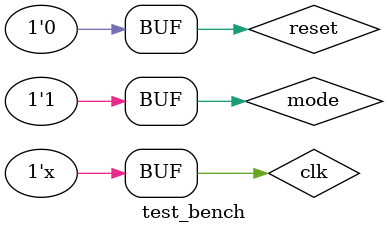
<source format=v>
module test_bench;
reg clk,mode,reset;
wire [4:0]count;

UD_5bits ud(.clk(clk),.mode(mode),.count(count),.reset(reset));
always
#5 clk=~clk;

initial
begin
     clk=1'b0;
     mode=1'b0;
     reset=1'b1;  //count set to 00000
     #10 reset=1'b0; //start down counting
     #50 mode=1'b1;   //start up counting
     #50 reset=1'b1;   //count set to 00000
     #20 reset=1'b0;   //again start up counting because mode=1.
end
initial
$monitor($time," mode=%b, Count=%d",mode,count);
endmodule

</source>
